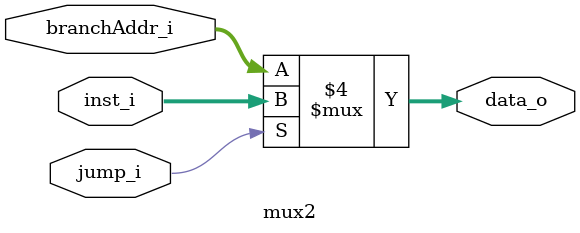
<source format=v>
module mux2(
	branchAddr_i, 
	inst_i,	 	  
	jump_i,
	data_o   
);

input	[31:0]		branchAddr_i;
input	[31:0]		inst_i;
input				jump_i;
output reg [31:0]	data_o;

always@(branchAddr_i or inst_i or jump_i)begin
	if(jump_i==1'b1) begin
		data_o = inst_i;
	end
	else begin
		data_o = branchAddr_i;
	end
end

endmodule
</source>
